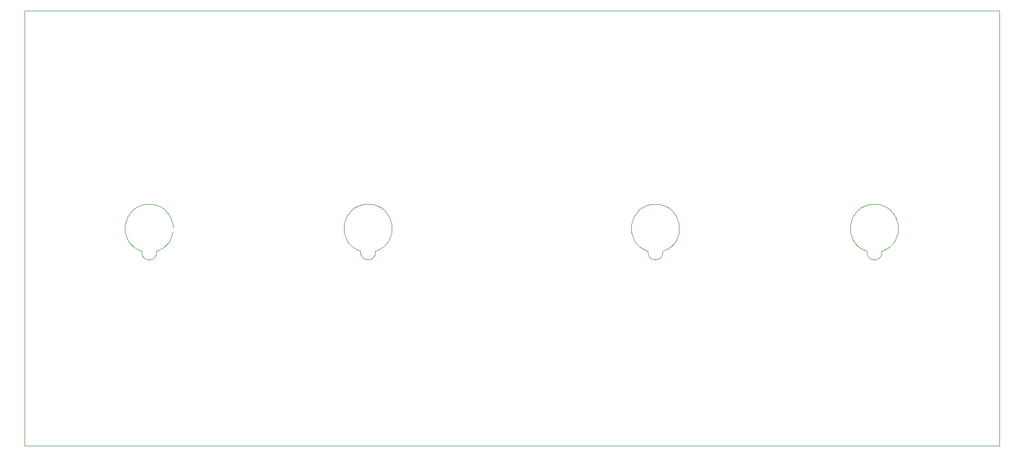
<source format=gm1>
G04 #@! TF.GenerationSoftware,KiCad,Pcbnew,8.0.6*
G04 #@! TF.CreationDate,2025-12-06T11:12:07+01:00*
G04 #@! TF.ProjectId,lpt_nixie_clock,6c70745f-6e69-4786-9965-5f636c6f636b,rev?*
G04 #@! TF.SameCoordinates,Original*
G04 #@! TF.FileFunction,Profile,NP*
%FSLAX46Y46*%
G04 Gerber Fmt 4.6, Leading zero omitted, Abs format (unit mm)*
G04 Created by KiCad (PCBNEW 8.0.6) date 2025-12-06 11:12:07*
%MOMM*%
%LPD*%
G01*
G04 APERTURE LIST*
G04 #@! TA.AperFunction,Profile*
%ADD10C,0.050000*%
G04 #@! TD*
G04 APERTURE END LIST*
D10*
X63550000Y-81200000D02*
X224750000Y-81200000D01*
X224750000Y-153200000D01*
X63550000Y-153200000D01*
X63550000Y-81200000D01*
X202863816Y-120997638D02*
G75*
G02*
X205312702Y-120997747I1224612J3797638D01*
G01*
X205313428Y-120999999D02*
G75*
G02*
X202863816Y-120997638I-1225000J-200001D01*
G01*
X82946816Y-120997638D02*
G75*
G02*
X85395702Y-120997747I1224612J3797638D01*
G01*
X85396428Y-120999999D02*
G75*
G02*
X82946816Y-120997638I-1225000J-200001D01*
G01*
X119147194Y-120991532D02*
G75*
G02*
X121596080Y-120991641I1224612J3797638D01*
G01*
X121596806Y-120993893D02*
G75*
G02*
X119147194Y-120991532I-1225000J-200001D01*
G01*
X166663816Y-120997638D02*
G75*
G02*
X169112702Y-120997747I1224612J3797638D01*
G01*
X169113428Y-120999999D02*
G75*
G02*
X166663816Y-120997638I-1225000J-200001D01*
G01*
M02*

</source>
